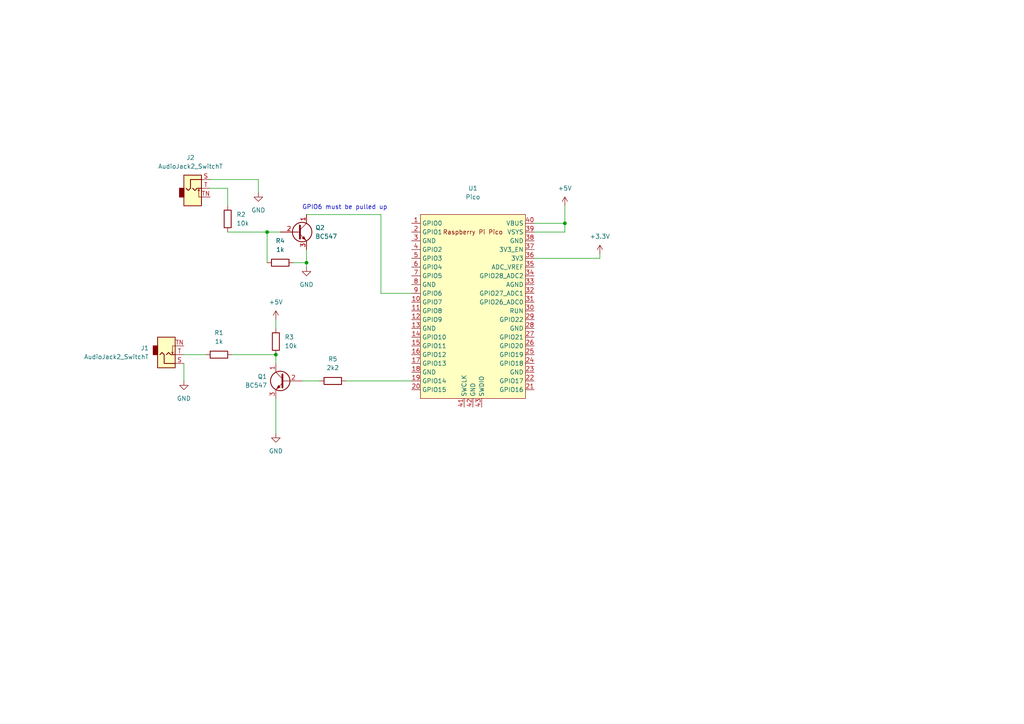
<source format=kicad_sch>
(kicad_sch (version 20211123) (generator eeschema)
  (paper "A4")
  (lib_symbols
    (symbol "Connector:AudioJack2_SwitchT"
      (property "Reference" "J" (at 0 8.89 0))
      (property "Value" "AudioJack2_SwitchT" (at 0 6.35 0))
      (symbol "AudioJack2_SwitchT_0_1"
        (rectangle (start -2.54 0) (end -3.81 -2.54) (stroke (width 0.254)) (fill (type outline)))
        (polyline (pts (xy 1.778 -0.254) (xy 2.032 -0.762)))
        (polyline (pts (xy 0 0) (xy 0.635 -0.635) (xy 1.27 0) (xy 2.54 0)) (stroke (width 0.254)))
        (polyline (pts (xy 2.54 -2.54) (xy 1.778 -2.54) (xy 1.778 -0.254) (xy 1.524 -0.762)))
        (polyline (pts (xy 2.54 2.54) (xy -0.635 2.54) (xy -0.635 0) (xy -1.27 -0.635) (xy -1.905 0)) (stroke (width 0.254)))
        (rectangle (start 2.54 3.81) (end -2.54 -5.08) (stroke (width 0.254)) (fill (type background)))
      )
      (symbol "AudioJack2_SwitchT_1_1"
        (pin passive line (at 5.08 2.54 180) (length 2.54) (name "~") (number "S"))
        (pin passive line (at 5.08 0 180) (length 2.54) (name "~") (number "T"))
        (pin passive line (at 5.08 -2.54 180) (length 2.54) (name "~") (number "TN"))
      )
    )
    (symbol "Device:R" (pin_numbers hide) (pin_names (offset 0))
      (property "Reference" "R" (at 2.032 0 90))
      (property "Value" "R" (at 0 0 90))
      (symbol "R_0_1"
        (rectangle (start -1.016 -2.54) (end 1.016 2.54) (stroke (width 0.254)))
      )
      (symbol "R_1_1"
        (pin passive line (at 0 3.81 270) (length 1.27) (name "~") (number "1"))
        (pin passive line (at 0 -3.81 90) (length 1.27) (name "~") (number "2"))
      )
    )
    (symbol "MCU_RaspberryPi_and_Boards:Pico"
      (property "Reference" "U" (at -13.97 27.94 0))
      (property "Value" "Pico" (at 0 19.05 0))
      (property "Footprint" "RPi_Pico:RPi_Pico_SMD_TH" (at 0 0 90))
      (symbol "Pico_0_0"
        (text "Raspberry Pi Pico" (at 0 21.59 0) (effects (font (size 1.27 1.27))))
      )
      (symbol "Pico_0_1"
        (rectangle (start -15.24 26.67) (end 15.24 -26.67) (fill (type background)))
      )
      (symbol "Pico_1_1"
        (pin bidirectional line (at -17.78 24.13 0) (length 2.54) (name "GPIO0") (number "1"))
        (pin bidirectional line (at -17.78 1.27 0) (length 2.54) (name "GPIO7") (number "10"))
        (pin bidirectional line (at -17.78 -1.27 0) (length 2.54) (name "GPIO8") (number "11"))
        (pin bidirectional line (at -17.78 -3.81 0) (length 2.54) (name "GPIO9") (number "12"))
        (pin power_in line (at -17.78 -6.35 0) (length 2.54) (name "GND") (number "13"))
        (pin bidirectional line (at -17.78 -8.89 0) (length 2.54) (name "GPIO10") (number "14"))
        (pin bidirectional line (at -17.78 -11.43 0) (length 2.54) (name "GPIO11") (number "15"))
        (pin bidirectional line (at -17.78 -13.97 0) (length 2.54) (name "GPIO12") (number "16"))
        (pin bidirectional line (at -17.78 -16.51 0) (length 2.54) (name "GPIO13") (number "17"))
        (pin power_in line (at -17.78 -19.05 0) (length 2.54) (name "GND") (number "18"))
        (pin bidirectional line (at -17.78 -21.59 0) (length 2.54) (name "GPIO14") (number "19"))
        (pin bidirectional line (at -17.78 21.59 0) (length 2.54) (name "GPIO1") (number "2"))
        (pin bidirectional line (at -17.78 -24.13 0) (length 2.54) (name "GPIO15") (number "20"))
        (pin bidirectional line (at 17.78 -24.13 180) (length 2.54) (name "GPIO16") (number "21"))
        (pin bidirectional line (at 17.78 -21.59 180) (length 2.54) (name "GPIO17") (number "22"))
        (pin power_in line (at 17.78 -19.05 180) (length 2.54) (name "GND") (number "23"))
        (pin bidirectional line (at 17.78 -16.51 180) (length 2.54) (name "GPIO18") (number "24"))
        (pin bidirectional line (at 17.78 -13.97 180) (length 2.54) (name "GPIO19") (number "25"))
        (pin bidirectional line (at 17.78 -11.43 180) (length 2.54) (name "GPIO20") (number "26"))
        (pin bidirectional line (at 17.78 -8.89 180) (length 2.54) (name "GPIO21") (number "27"))
        (pin power_in line (at 17.78 -6.35 180) (length 2.54) (name "GND") (number "28"))
        (pin bidirectional line (at 17.78 -3.81 180) (length 2.54) (name "GPIO22") (number "29"))
        (pin power_in line (at -17.78 19.05 0) (length 2.54) (name "GND") (number "3"))
        (pin input line (at 17.78 -1.27 180) (length 2.54) (name "RUN") (number "30"))
        (pin bidirectional line (at 17.78 1.27 180) (length 2.54) (name "GPIO26_ADC0") (number "31"))
        (pin bidirectional line (at 17.78 3.81 180) (length 2.54) (name "GPIO27_ADC1") (number "32"))
        (pin power_in line (at 17.78 6.35 180) (length 2.54) (name "AGND") (number "33"))
        (pin bidirectional line (at 17.78 8.89 180) (length 2.54) (name "GPIO28_ADC2") (number "34"))
        (pin power_in line (at 17.78 11.43 180) (length 2.54) (name "ADC_VREF") (number "35"))
        (pin power_in line (at 17.78 13.97 180) (length 2.54) (name "3V3") (number "36"))
        (pin input line (at 17.78 16.51 180) (length 2.54) (name "3V3_EN") (number "37"))
        (pin bidirectional line (at 17.78 19.05 180) (length 2.54) (name "GND") (number "38"))
        (pin power_in line (at 17.78 21.59 180) (length 2.54) (name "VSYS") (number "39"))
        (pin bidirectional line (at -17.78 16.51 0) (length 2.54) (name "GPIO2") (number "4"))
        (pin power_in line (at 17.78 24.13 180) (length 2.54) (name "VBUS") (number "40"))
        (pin input line (at -2.54 -29.21 90) (length 2.54) (name "SWCLK") (number "41"))
        (pin power_in line (at 0 -29.21 90) (length 2.54) (name "GND") (number "42"))
        (pin bidirectional line (at 2.54 -29.21 90) (length 2.54) (name "SWDIO") (number "43"))
        (pin bidirectional line (at -17.78 13.97 0) (length 2.54) (name "GPIO3") (number "5"))
        (pin bidirectional line (at -17.78 11.43 0) (length 2.54) (name "GPIO4") (number "6"))
        (pin bidirectional line (at -17.78 8.89 0) (length 2.54) (name "GPIO5") (number "7"))
        (pin power_in line (at -17.78 6.35 0) (length 2.54) (name "GND") (number "8"))
        (pin bidirectional line (at -17.78 3.81 0) (length 2.54) (name "GPIO6") (number "9"))
      )
    )
    (symbol "Transistor_BJT:BC547" (pin_names (offset 0) hide)
      (property "Reference" "Q" (at 5.08 1.905 0))
      (property "Value" "BC547" (at 5.08 0 0))
      (symbol "BC547_0_1"
        (polyline (pts (xy 0 0) (xy 0.635 0)))
        (polyline (pts (xy 0.635 0.635) (xy 2.54 2.54)))
        (polyline (pts (xy 0.635 -0.635) (xy 2.54 -2.54) (xy 2.54 -2.54)))
        (polyline (pts (xy 0.635 1.905) (xy 0.635 -1.905) (xy 0.635 -1.905)) (stroke (width 0.508)))
        (polyline (pts (xy 1.27 -1.778) (xy 1.778 -1.27) (xy 2.286 -2.286) (xy 1.27 -1.778) (xy 1.27 -1.778)) (fill (type outline)))
        (circle (center 1.27 0) (radius 2.8194) (stroke (width 0.254)))
      )
      (symbol "BC547_1_1"
        (pin passive line (at 2.54 5.08 270) (length 2.54) (name "C") (number "1"))
        (pin input line (at -5.08 0 0) (length 5.08) (name "B") (number "2"))
        (pin passive line (at 2.54 -5.08 90) (length 2.54) (name "E") (number "3"))
      )
    )
    (symbol "power:+3.3V" (power) (pin_names (offset 0))
      (property "Value" "+3.3V" (at 0 3.556 0))
      (symbol "+3.3V_0_1"
        (polyline (pts (xy -0.762 1.27) (xy 0 2.54)))
        (polyline (pts (xy 0 0) (xy 0 2.54)))
        (polyline (pts (xy 0 2.54) (xy 0.762 1.27)))
      )
      (symbol "+3.3V_1_1"
        (pin power_in line (at 0 0 90) (length 0) hide (name "+3.3V") (number "1"))
      )
    )
    (symbol "power:+5V" (power) (pin_names (offset 0))
      (property "Value" "+5V" (at 0 3.556 0))
      (symbol "+5V_0_1"
        (polyline (pts (xy -0.762 1.27) (xy 0 2.54)))
        (polyline (pts (xy 0 0) (xy 0 2.54)))
        (polyline (pts (xy 0 2.54) (xy 0.762 1.27)))
      )
      (symbol "+5V_1_1"
        (pin power_in line (at 0 0 90) (length 0) hide (name "+5V") (number "1"))
      )
    )
    (symbol "power:GND" (power) (pin_names (offset 0))
      (property "Value" "GND" (at 0 -3.81 0))
      (symbol "GND_0_1"
        (polyline (pts (xy 0 0) (xy 0 -1.27) (xy 1.27 -1.27) (xy 0 -2.54) (xy -1.27 -1.27) (xy 0 -1.27)))
      )
      (symbol "GND_1_1"
        (pin power_in line (at 0 0 270) (length 0) hide (name "GND") (number "1"))
      )
    )
  )
  (junction (at 80.01 102.87))
  (junction (at 88.9 76.2))
  (junction (at 163.83 64.77))
  (junction (at 77.47 67.31))
  (wire (pts (xy 163.83 64.77) (xy 163.83 67.31)))
  (wire (pts (xy 173.99 74.93) (xy 173.99 73.66)))
  (wire (pts (xy 88.9 72.39) (xy 88.9 76.2)))
  (wire (pts (xy 60.96 54.61) (xy 66.04 54.61)))
  (wire (pts (xy 67.31 102.87) (xy 80.01 102.87)))
  (wire (pts (xy 66.04 67.31) (xy 77.47 67.31)))
  (wire (pts (xy 154.94 64.77) (xy 163.83 64.77)))
  (wire (pts (xy 154.94 74.93) (xy 173.99 74.93)))
  (wire (pts (xy 88.9 76.2) (xy 88.9 77.47)))
  (wire (pts (xy 85.09 76.2) (xy 88.9 76.2)))
  (wire (pts (xy 74.93 52.07) (xy 74.93 55.88)))
  (wire (pts (xy 53.34 105.41) (xy 53.34 110.49)))
  (wire (pts (xy 77.47 67.31) (xy 81.28 67.31)))
  (wire (pts (xy 53.34 102.87) (xy 59.69 102.87)))
  (wire (pts (xy 66.04 54.61) (xy 66.04 59.69)))
  (wire (pts (xy 110.49 85.09) (xy 110.49 62.23)))
  (wire (pts (xy 110.49 62.23) (xy 88.9 62.23)))
  (wire (pts (xy 60.96 52.07) (xy 74.93 52.07)))
  (wire (pts (xy 80.01 115.57) (xy 80.01 125.73)))
  (wire (pts (xy 77.47 67.31) (xy 77.47 76.2)))
  (wire (pts (xy 163.83 59.69) (xy 163.83 64.77)))
  (wire (pts (xy 119.38 85.09) (xy 110.49 85.09)))
  (wire (pts (xy 87.63 110.49) (xy 92.71 110.49)))
  (wire (pts (xy 154.94 67.31) (xy 163.83 67.31)))
  (wire (pts (xy 100.33 110.49) (xy 119.38 110.49)))
  (wire (pts (xy 80.01 92.71) (xy 80.01 95.25)))
  (wire (pts (xy 80.01 102.87) (xy 80.01 105.41)))
  (text "GPIO6 must be pulled up" (at 87.63 60.96 0) (effects (font (size 1.27 1.27)) (justify left bottom)))
  (symbol (lib_id "MCU_RaspberryPi_and_Boards:Pico") (at 137.16 88.9 0) (unit 1)
    (property "Reference" "U1" (at 137.16 54.61 0))
    (property "Value" "Pico" (at 137.16 57.15 0))
    (property "Footprint" "MCU_RaspberryPi_and_Boards:RPi_Pico_SMD_TH" (effects hide))
  )
  (symbol (lib_id "Device:R") (at 96.52 110.49 90) (unit 1)
    (property "Reference" "R5" (at 96.52 104.14 90))
    (property "Value" "2k2" (at 96.52 106.68 90))
    (property "Footprint" "Resistor_THT:R_Axial_DIN0207_L6.3mm_D2.5mm_P10.16mm_Horizontal" (effects hide))
  )
  (symbol (lib_id "power:GND") (at 74.93 55.88 0) (unit 1)
    (property "Reference" "#PWR0104" (effects hide))
    (property "Value" "GND" (at 74.93 60.96 0))
  )
  (symbol (lib_id "power:+5V") (at 163.83 59.69 0) (unit 1)
    (property "Reference" "#PWR0102" (effects hide))
    (property "Value" "+5V" (at 163.83 54.61 0))
  )
  (symbol (lib_id "Device:R") (at 66.04 63.5 0) (unit 1)
    (property "Reference" "R2" (at 68.58 62.2299 0) (effects (justify left)))
    (property "Value" "10k" (at 68.58 64.7699 0) (effects (justify left)))
    (property "Footprint" "Resistor_THT:R_Axial_DIN0207_L6.3mm_D2.5mm_P10.16mm_Horizontal" (effects hide))
  )
  (symbol (lib_id "power:+5V") (at 80.01 92.71 0) (unit 1)
    (property "Reference" "#PWR0107" (effects hide))
    (property "Value" "+5V" (at 80.01 87.63 0))
  )
  (symbol (lib_id "Transistor_BJT:BC547") (at 82.55 110.49 0) (mirror y) (unit 1)
    (property "Reference" "Q1" (at 77.47 109.2199 0) (effects (justify left)))
    (property "Value" "BC547" (at 77.47 111.7599 0) (effects (justify left)))
    (property "Footprint" "Package_TO_SOT_THT:TO-92_Inline" (effects hide))
    (property "Datasheet" "https://www.onsemi.com/pub/Collateral/BC550-D.pdf" (effects hide))
  )
  (symbol (lib_id "Device:R") (at 63.5 102.87 90) (unit 1)
    (property "Reference" "R1" (at 63.5 96.52 90))
    (property "Value" "1k" (at 63.5 99.06 90))
    (property "Footprint" "Resistor_THT:R_Axial_DIN0207_L6.3mm_D2.5mm_P10.16mm_Horizontal" (effects hide))
  )
  (symbol (lib_id "Connector:AudioJack2_SwitchT") (at 55.88 54.61 0) (unit 1)
    (property "Reference" "J2" (at 55.245 45.72 0))
    (property "Value" "AudioJack2_SwitchT" (at 55.245 48.26 0))
    (property "Footprint" "AudioJacks:Jack_3.5mm_QingPu_WQP-PJ398SM_Vertical" (effects hide))
  )
  (symbol (lib_id "Device:R") (at 80.01 99.06 0) (unit 1)
    (property "Reference" "R3" (at 82.55 97.7899 0) (effects (justify left)))
    (property "Value" "10k" (at 82.55 100.3299 0) (effects (justify left)))
    (property "Footprint" "Resistor_THT:R_Axial_DIN0207_L6.3mm_D2.5mm_P10.16mm_Horizontal" (effects hide))
  )
  (symbol (lib_id "power:+3.3V") (at 173.99 73.66 0) (unit 1)
    (property "Reference" "#PWR0101" (effects hide))
    (property "Value" "+3.3V" (at 173.99 68.58 0))
  )
  (symbol (lib_id "power:GND") (at 88.9 77.47 0) (unit 1)
    (property "Reference" "#PWR0103" (effects hide))
    (property "Value" "GND" (at 88.9 82.55 0))
  )
  (symbol (lib_id "power:GND") (at 53.34 110.49 0) (unit 1)
    (property "Reference" "#PWR0106" (effects hide))
    (property "Value" "GND" (at 53.34 115.57 0))
  )
  (symbol (lib_id "power:GND") (at 80.01 125.73 0) (unit 1)
    (property "Reference" "#PWR0105" (effects hide))
    (property "Value" "GND" (at 80.01 130.81 0))
  )
  (symbol (lib_id "Connector:AudioJack2_SwitchT") (at 48.26 102.87 0) (mirror x) (unit 1)
    (property "Reference" "J1" (at 43.18 100.9649 0) (effects (justify right)))
    (property "Value" "AudioJack2_SwitchT" (at 43.18 103.5049 0) (effects (justify right)))
    (property "Footprint" "AudioJacks:Jack_3.5mm_QingPu_WQP-PJ398SM_Vertical" (effects hide))
  )
  (symbol (lib_id "Transistor_BJT:BC547") (at 86.36 67.31 0) (unit 1)
    (property "Reference" "Q2" (at 91.44 66.0399 0) (effects (justify left)))
    (property "Value" "BC547" (at 91.44 68.5799 0) (effects (justify left)))
    (property "Footprint" "Package_TO_SOT_THT:TO-92_Inline" (effects hide))
    (property "Datasheet" "https://www.onsemi.com/pub/Collateral/BC550-D.pdf" (effects hide))
  )
  (symbol (lib_id "Device:R") (at 81.28 76.2 270) (unit 1)
    (property "Reference" "R4" (at 81.28 69.85 90))
    (property "Value" "1k" (at 81.28 72.39 90))
    (property "Footprint" "Resistor_THT:R_Axial_DIN0207_L6.3mm_D2.5mm_P10.16mm_Horizontal" (effects hide))
  )
)
</source>
